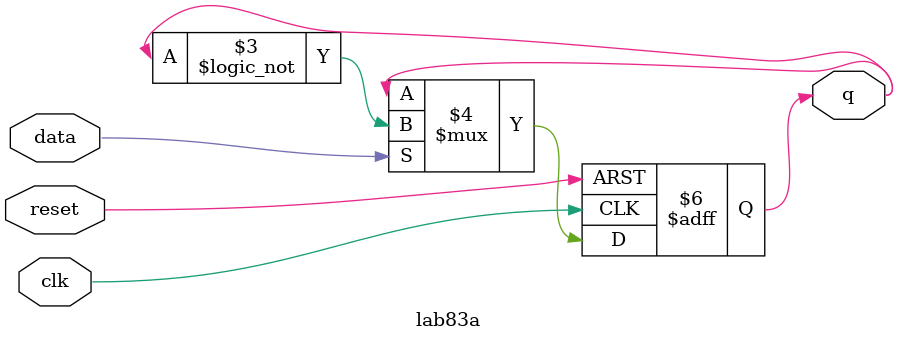
<source format=v>
`timescale 1ns / 1ps
module lab83a(input data,clk,reset,output reg q
    );

always @(posedge clk or negedge reset)
if (~reset)
begin
q <= 1'b0;
end else if (data) begin
q <= !q;
end

endmodule

</source>
